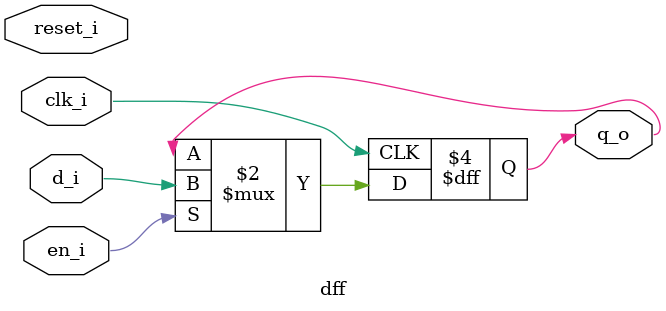
<source format=sv>
/* Generated by Yosys 0.57 (git sha1 3aca86049e79a165932e3e7660358376f45acaed, clang++ 17.0.0 -fPIC -O3) */

(* hdlname = "dff" *)
(* src = "dff.sv:2.1-12.10" *)
module dff(clk_i, reset_i, d_i, en_i, q_o);
  (* src = "dff.sv:3.15-3.20" *)
  input clk_i;
  wire clk_i;
  (* src = "dff.sv:4.15-4.22" *)
  input reset_i;
  wire reset_i;
  (* src = "dff.sv:5.15-5.18" *)
  input d_i;
  wire d_i;
  (* src = "dff.sv:6.15-6.19" *)
  input en_i;
  wire en_i;
  (* src = "dff.sv:7.16-7.19" *)
  output q_o;
  reg q_o;
  (* \always_ff  = 32'd1 *)
  (* src = "dff.sv:9.3-11.6" *)
  always @(posedge clk_i)
    if (en_i) q_o <= d_i;
endmodule

</source>
